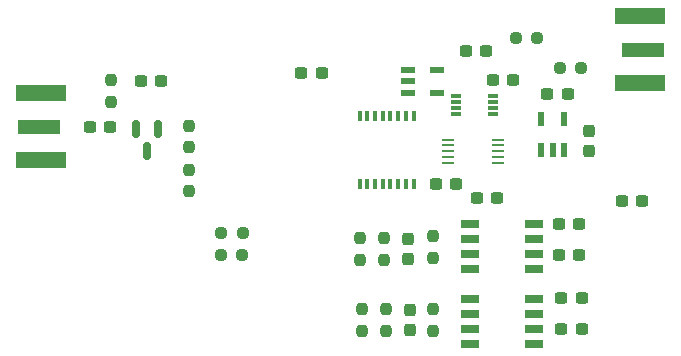
<source format=gtp>
G04 #@! TF.GenerationSoftware,KiCad,Pcbnew,7.0.10*
G04 #@! TF.CreationDate,2024-04-22T16:50:03-07:00*
G04 #@! TF.ProjectId,qsd_revC,7173645f-7265-4764-932e-6b696361645f,rev?*
G04 #@! TF.SameCoordinates,Original*
G04 #@! TF.FileFunction,Paste,Top*
G04 #@! TF.FilePolarity,Positive*
%FSLAX46Y46*%
G04 Gerber Fmt 4.6, Leading zero omitted, Abs format (unit mm)*
G04 Created by KiCad (PCBNEW 7.0.10) date 2024-04-22 16:50:03*
%MOMM*%
%LPD*%
G01*
G04 APERTURE LIST*
G04 Aperture macros list*
%AMRoundRect*
0 Rectangle with rounded corners*
0 $1 Rounding radius*
0 $2 $3 $4 $5 $6 $7 $8 $9 X,Y pos of 4 corners*
0 Add a 4 corners polygon primitive as box body*
4,1,4,$2,$3,$4,$5,$6,$7,$8,$9,$2,$3,0*
0 Add four circle primitives for the rounded corners*
1,1,$1+$1,$2,$3*
1,1,$1+$1,$4,$5*
1,1,$1+$1,$6,$7*
1,1,$1+$1,$8,$9*
0 Add four rect primitives between the rounded corners*
20,1,$1+$1,$2,$3,$4,$5,0*
20,1,$1+$1,$4,$5,$6,$7,0*
20,1,$1+$1,$6,$7,$8,$9,0*
20,1,$1+$1,$8,$9,$2,$3,0*%
G04 Aperture macros list end*
%ADD10RoundRect,0.237500X0.300000X0.237500X-0.300000X0.237500X-0.300000X-0.237500X0.300000X-0.237500X0*%
%ADD11RoundRect,0.237500X-0.237500X0.300000X-0.237500X-0.300000X0.237500X-0.300000X0.237500X0.300000X0*%
%ADD12RoundRect,0.237500X0.237500X-0.300000X0.237500X0.300000X-0.237500X0.300000X-0.237500X-0.300000X0*%
%ADD13R,1.200000X0.600000*%
%ADD14RoundRect,0.237500X-0.250000X-0.237500X0.250000X-0.237500X0.250000X0.237500X-0.250000X0.237500X0*%
%ADD15R,0.850000X0.300000*%
%ADD16RoundRect,0.237500X0.250000X0.237500X-0.250000X0.237500X-0.250000X-0.237500X0.250000X-0.237500X0*%
%ADD17RoundRect,0.237500X-0.300000X-0.237500X0.300000X-0.237500X0.300000X0.237500X-0.300000X0.237500X0*%
%ADD18RoundRect,0.237500X-0.237500X0.250000X-0.237500X-0.250000X0.237500X-0.250000X0.237500X0.250000X0*%
%ADD19R,3.600000X1.270000*%
%ADD20R,4.200000X1.350000*%
%ADD21RoundRect,0.237500X0.237500X-0.250000X0.237500X0.250000X-0.237500X0.250000X-0.237500X-0.250000X0*%
%ADD22RoundRect,0.150000X-0.150000X0.587500X-0.150000X-0.587500X0.150000X-0.587500X0.150000X0.587500X0*%
%ADD23R,1.528000X0.650000*%
%ADD24R,0.600000X1.200000*%
%ADD25R,0.350000X0.900000*%
%ADD26R,1.000000X0.250000*%
G04 APERTURE END LIST*
D10*
X161938600Y-115604600D03*
X160213600Y-115604600D03*
D11*
X162576100Y-101467100D03*
X162576100Y-103192100D03*
D12*
X147376100Y-118367100D03*
X147376100Y-116642100D03*
D10*
X161938600Y-118304600D03*
X160213600Y-118304600D03*
D11*
X147276100Y-110642100D03*
X147276100Y-112367100D03*
D13*
X147226100Y-96354600D03*
X147226100Y-97304600D03*
X147226100Y-98254600D03*
X149726100Y-98254600D03*
X149726100Y-96354600D03*
D14*
X160063600Y-96134600D03*
X161888600Y-96134600D03*
D15*
X151276100Y-98579600D03*
X151276100Y-99079600D03*
X151276100Y-99579600D03*
X151276100Y-100079600D03*
X154426100Y-100079600D03*
X154426100Y-99579600D03*
X154426100Y-99079600D03*
X154426100Y-98579600D03*
D16*
X133238600Y-110129600D03*
X131413600Y-110129600D03*
D17*
X160013600Y-112004600D03*
X161738600Y-112004600D03*
D18*
X149376100Y-110392100D03*
X149376100Y-112217100D03*
D10*
X161738600Y-109404600D03*
X160013600Y-109404600D03*
D19*
X167088600Y-94604600D03*
D20*
X166888600Y-97429600D03*
X166888600Y-91779600D03*
D10*
X156163600Y-97204600D03*
X154438600Y-97204600D03*
D18*
X145176100Y-110592100D03*
X145176100Y-112417100D03*
D10*
X167038600Y-107404600D03*
X165313600Y-107404600D03*
X160738600Y-98404600D03*
X159013600Y-98404600D03*
D21*
X143376100Y-118417100D03*
X143376100Y-116592100D03*
D18*
X122101100Y-97192100D03*
X122101100Y-99017100D03*
X145376100Y-116592100D03*
X145376100Y-118417100D03*
D21*
X128726100Y-106604600D03*
X128726100Y-104779600D03*
X128726100Y-102879600D03*
X128726100Y-101054600D03*
D22*
X126076100Y-101317100D03*
X124176100Y-101317100D03*
X125126100Y-103192100D03*
D10*
X126313600Y-97229600D03*
X124588600Y-97229600D03*
D23*
X152465100Y-109399600D03*
X152465100Y-110669600D03*
X152465100Y-111939600D03*
X152465100Y-113209600D03*
X157887100Y-113209600D03*
X157887100Y-111939600D03*
X157887100Y-110669600D03*
X157887100Y-109399600D03*
D24*
X158526100Y-103085600D03*
X159476100Y-103085600D03*
X160426100Y-103085600D03*
X160426100Y-100473600D03*
X158526100Y-100473600D03*
D19*
X115963600Y-101129600D03*
D20*
X116163600Y-98304600D03*
X116163600Y-103954600D03*
D16*
X158188600Y-93604600D03*
X156363600Y-93604600D03*
D17*
X149563600Y-105979600D03*
X151288600Y-105979600D03*
D25*
X147701100Y-100229600D03*
X147051100Y-100229600D03*
X146401100Y-100229600D03*
X145751100Y-100229600D03*
X145101100Y-100229600D03*
X144451100Y-100229600D03*
X143801100Y-100229600D03*
X143151100Y-100229600D03*
X143151100Y-105979600D03*
X143801100Y-105979600D03*
X144451100Y-105979600D03*
X145101100Y-105979600D03*
X145751100Y-105979600D03*
X146401100Y-105979600D03*
X147051100Y-105979600D03*
X147701100Y-105979600D03*
D10*
X122001100Y-101129600D03*
X120276100Y-101129600D03*
D23*
X152465100Y-115699600D03*
X152465100Y-116969600D03*
X152465100Y-118239600D03*
X152465100Y-119509600D03*
X157887100Y-119509600D03*
X157887100Y-118239600D03*
X157887100Y-116969600D03*
X157887100Y-115699600D03*
D21*
X143176100Y-112417100D03*
X143176100Y-110592100D03*
D26*
X154814200Y-104229600D03*
X154814200Y-103729600D03*
X154814200Y-103229600D03*
X154814200Y-102729600D03*
X154814200Y-102229600D03*
X150588000Y-102229600D03*
X150588000Y-102729600D03*
X150588000Y-103229600D03*
X150588000Y-103729600D03*
X150588000Y-104229600D03*
D10*
X153868600Y-94744600D03*
X152143600Y-94744600D03*
D17*
X153038600Y-107204600D03*
X154763600Y-107204600D03*
D10*
X139938600Y-96604600D03*
X138213600Y-96604600D03*
D14*
X131363600Y-112004600D03*
X133188600Y-112004600D03*
D18*
X149376100Y-116592100D03*
X149376100Y-118417100D03*
M02*

</source>
